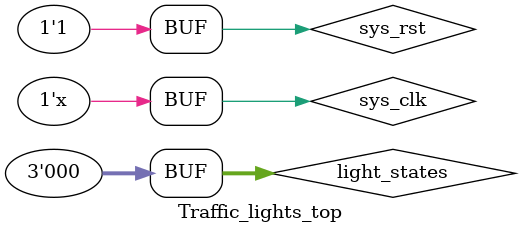
<source format=v>
`timescale 10ms / 10ms
module Traffic_lights_top();
    reg sys_rst;
    reg sys_clk;
    wire [2:0] North_Lights;
    wire [2:0] South_Lights;
    wire [2:0] East_Lights;
    wire [2:0] West_Lights;
    reg  [2:0] light_states;

    initial   
        begin
            sys_rst=0;
            sys_clk=0;
            light_states=0;
            #10 sys_rst=~sys_rst;
        end

        always #1 sys_clk=~sys_clk;     //每20ms一个周期

        Traffic_lights Traffic_lights   //模块实例化
        (
            .sys_rst(sys_rst),
            .sys_clk(sys_clk),
            .North_Lights(North_Lights),
            .South_Lights(South_Lights),
            .East_Lights(East_Lights),
            .West_Lights(West_Lights),
            .light_states(light_states)
        );

endmodule
</source>
